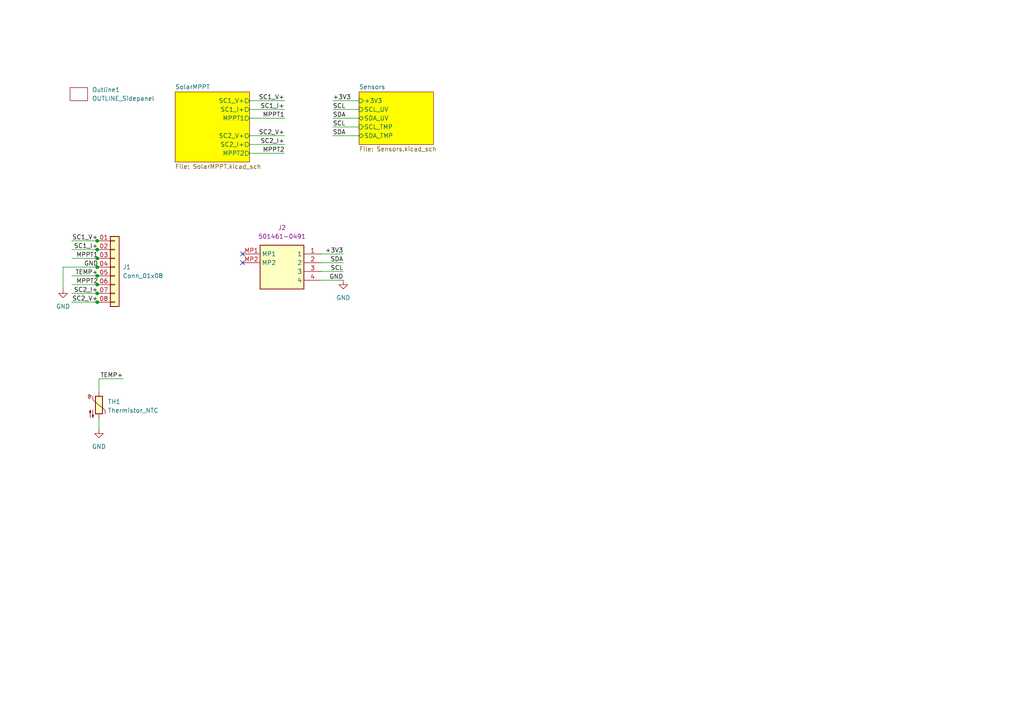
<source format=kicad_sch>
(kicad_sch (version 20211123) (generator eeschema)
  (paper "A4")
  (lib_symbols
    (symbol "Connector:501461-0491"
      (property "Value" "501461-0491" (at 0 0 0))
      (property "Reference_1" "J" (at 19.05 7.62 0))
      (property "Value_1" "501461-0491" (at 19.05 5.08 0))
      (symbol "501461-0491_1_1"
        (rectangle (start 5.08 2.54) (end 17.78 -10.16) (stroke (width 0.254)) (fill (type background)))
        (pin passive line (at 22.86 0 180) (length 5.08) (name "1") (number "1"))
        (pin passive line (at 22.86 -2.54 180) (length 5.08) (name "2") (number "2"))
        (pin passive line (at 22.86 -5.08 180) (length 5.08) (name "3") (number "3"))
        (pin passive line (at 22.86 -7.62 180) (length 5.08) (name "4") (number "4"))
        (pin passive line (at 0 0 0) (length 5.08) (name "MP1") (number "MP1"))
        (pin passive line (at 0 -2.54 0) (length 5.08) (name "MP2") (number "MP2"))
      )
    )
    (symbol "Connector_Generic:Conn_01x08" (pin_names (offset 1.016) hide)
      (property "Reference" "J1" (at 2.54 0.0001 0))
      (property "Value" "Conn_01x08" (at 2.54 -2.5399 0))
      (symbol "Conn_01x08_1_1"
        (rectangle (start -1.27 -10.033) (end 0 -10.287) (stroke (width 0.1524)))
        (rectangle (start -1.27 -7.493) (end 0 -7.747) (stroke (width 0.1524)))
        (rectangle (start -1.27 -4.953) (end 0 -5.207) (stroke (width 0.1524)))
        (rectangle (start -1.27 -2.413) (end 0 -2.667) (stroke (width 0.1524)))
        (rectangle (start -1.27 0.127) (end 0 -0.127) (stroke (width 0.1524)))
        (rectangle (start -1.27 2.667) (end 0 2.413) (stroke (width 0.1524)))
        (rectangle (start -1.27 5.207) (end 0 4.953) (stroke (width 0.1524)))
        (rectangle (start -1.27 7.747) (end 0 7.493) (stroke (width 0.1524)))
        (rectangle (start -1.27 8.89) (end 1.27 -11.43) (stroke (width 0.254)) (fill (type background)))
        (pin passive line (at -5.08 7.62 0) (length 3.81) (name "Pin_1") (number "01"))
        (pin passive line (at -5.08 5.08 0) (length 3.81) (name "Pin_2") (number "02"))
        (pin passive line (at -5.08 2.54 0) (length 3.81) (name "Pin_3") (number "03"))
        (pin passive line (at -5.08 0 0) (length 3.81) (name "Pin_4") (number "04"))
        (pin passive line (at -5.08 -2.54 0) (length 3.81) (name "Pin_5") (number "05"))
        (pin passive line (at -5.08 -5.08 0) (length 3.81) (name "Pin_6") (number "06"))
        (pin passive line (at -5.08 -7.62 0) (length 3.81) (name "Pin_7") (number "07"))
        (pin passive line (at -5.08 -10.16 0) (length 3.81) (name "Pin_8") (number "08"))
      )
    )
    (symbol "Device:Thermistor_NTC" (pin_numbers hide) (pin_names (offset 0))
      (property "Reference" "TH1" (at 2.54 0.9526 0))
      (property "Value" "Thermistor_NTC" (at 2.54 -1.5874 0))
      (symbol "Thermistor_NTC_0_1"
        (arc (start -3.048 2.159) (mid -3.0505 2.3165) (end -3.175 2.413))
        (arc (start -3.048 2.159) (mid -2.9736 1.9794) (end -2.794 1.905))
        (arc (start -3.048 2.794) (mid -2.9736 2.6144) (end -2.794 2.54))
        (arc (start -2.794 1.905) (mid -2.6144 1.9794) (end -2.54 2.159))
        (arc (start -2.794 2.54) (mid -2.434 2.5608) (end -2.159 2.794))
        (arc (start -2.794 3.048) (mid -2.9736 2.9736) (end -3.048 2.794))
        (arc (start -2.54 2.794) (mid -2.6144 2.9736) (end -2.794 3.048))
        (rectangle (start -1.016 2.54) (end 1.016 -2.54) (stroke (width 0.254)) (fill (type background)))
        (polyline (pts (xy -2.54 2.159) (xy -2.54 2.794)))
        (polyline (pts (xy -1.778 2.54) (xy -1.778 1.524) (xy 1.778 -1.524) (xy 1.778 -2.54)))
        (polyline (pts (xy -2.54 -3.683) (xy -2.54 -1.397) (xy -2.794 -2.159) (xy -2.286 -2.159) (xy -2.54 -1.397) (xy -2.54 -1.651)) (fill (type outline)))
        (polyline (pts (xy -1.778 -1.397) (xy -1.778 -3.683) (xy -2.032 -2.921) (xy -1.524 -2.921) (xy -1.778 -3.683) (xy -1.778 -3.429)) (fill (type outline)))
      )
      (symbol "Thermistor_NTC_1_1"
        (pin passive line (at 0 3.81 270) (length 1.27) (name "~") (number "1"))
        (pin passive line (at 0 -3.81 90) (length 1.27) (name "~") (number "2"))
      )
    )
    (symbol "USER_Outline:OUTLINE_Sidepanel" (in_bom no)
      (property "Reference" "Outline?" (at 3.81 -3.1749 0))
      (property "Value" "OUTLINE_Sidepanel" (at 3.81 -5.7149 0))
      (symbol "OUTLINE_Sidepanel_0_1"
        (rectangle (start -2.54 -2.54) (end 2.54 -6.35))
      )
    )
    (symbol "power:GND" (power) (pin_names (offset 0))
      (property "Value" "GND" (at 0 -3.81 0))
      (symbol "GND_0_1"
        (polyline (pts (xy 0 0) (xy 0 -1.27) (xy 1.27 -1.27) (xy 0 -2.54) (xy -1.27 -1.27) (xy 0 -1.27)))
      )
      (symbol "GND_1_1"
        (pin power_in line (at 0 0 270) (length 0) hide (name "GND") (number "1"))
      )
    )
  )
  (junction (at 28.194 72.39))
  (junction (at 28.194 77.47))
  (junction (at 28.194 87.63))
  (junction (at 28.194 85.09))
  (junction (at 28.194 74.93))
  (junction (at 28.194 69.85))
  (junction (at 28.194 82.55))
  (junction (at 28.194 80.01))
  (no_connect (at 70.358 73.66))
  (no_connect (at 70.358 76.2))
  (wire (pts (xy 18.288 77.47) (xy 28.194 77.47)))
  (wire (pts (xy 93.218 73.66) (xy 99.568 73.66)))
  (wire (pts (xy 99.568 76.2) (xy 93.218 76.2)))
  (wire (pts (xy 96.52 39.37) (xy 104.14 39.37)))
  (wire (pts (xy 72.39 29.21) (xy 82.55 29.21)))
  (wire (pts (xy 96.52 36.83) (xy 104.14 36.83)))
  (wire (pts (xy 28.194 69.85) (xy 28.448 69.85)))
  (wire (pts (xy 99.568 78.74) (xy 93.218 78.74)))
  (wire (pts (xy 28.194 82.55) (xy 28.448 82.55)))
  (wire (pts (xy 72.39 39.37) (xy 82.55 39.37)))
  (wire (pts (xy 72.39 34.29) (xy 82.55 34.29)))
  (wire (pts (xy 18.288 83.82) (xy 18.288 77.47)))
  (wire (pts (xy 72.39 44.45) (xy 82.55 44.45)))
  (wire (pts (xy 28.194 77.47) (xy 28.448 77.47)))
  (wire (pts (xy 96.52 34.29) (xy 104.14 34.29)))
  (wire (pts (xy 28.194 72.39) (xy 28.448 72.39)))
  (wire (pts (xy 28.194 80.01) (xy 28.448 80.01)))
  (wire (pts (xy 20.828 87.63) (xy 28.194 87.63)))
  (wire (pts (xy 72.39 31.75) (xy 82.55 31.75)))
  (wire (pts (xy 20.828 74.93) (xy 28.194 74.93)))
  (wire (pts (xy 96.52 31.75) (xy 104.14 31.75)))
  (wire (pts (xy 20.828 80.01) (xy 28.194 80.01)))
  (wire (pts (xy 20.828 85.09) (xy 28.194 85.09)))
  (wire (pts (xy 28.194 74.93) (xy 28.448 74.93)))
  (wire (pts (xy 28.194 87.63) (xy 28.448 87.63)))
  (wire (pts (xy 20.828 82.55) (xy 28.194 82.55)))
  (wire (pts (xy 28.702 109.855) (xy 35.687 109.855)))
  (wire (pts (xy 28.702 121.285) (xy 28.702 124.46)))
  (wire (pts (xy 72.39 41.91) (xy 82.55 41.91)))
  (wire (pts (xy 28.194 85.09) (xy 28.448 85.09)))
  (wire (pts (xy 20.828 72.39) (xy 28.194 72.39)))
  (wire (pts (xy 20.828 69.85) (xy 28.194 69.85)))
  (wire (pts (xy 28.702 109.855) (xy 28.702 113.665)))
  (wire (pts (xy 96.52 29.21) (xy 104.14 29.21)))
  (wire (pts (xy 99.568 81.28) (xy 93.218 81.28)))
  (label "TEMP+" (at 28.448 80.01 180))
  (label "SCL" (at 99.568 78.74 180))
  (label "MPPT1" (at 28.448 74.93 180))
  (label "SDA" (at 99.568 76.2 180))
  (label "GND" (at 28.448 77.47 180))
  (label "MPPT2" (at 82.55 44.45 180))
  (label "+3V3" (at 99.568 73.66 180))
  (label "SC1_V+" (at 82.55 29.21 180))
  (label "SC2_V+" (at 82.55 39.37 180))
  (label "SC1_I+" (at 28.448 72.39 180))
  (label "SC2_I+" (at 28.448 85.09 180))
  (label "GND" (at 99.568 81.28 180))
  (label "SC1_I+" (at 82.55 31.75 180))
  (label "SDA" (at 96.52 34.29 0))
  (label "MPPT1" (at 82.55 34.29 180))
  (label "SC1_V+" (at 28.448 69.85 180))
  (label "SCL" (at 96.52 31.75 0))
  (label "TEMP+" (at 35.687 109.855 180))
  (label "SCL" (at 96.52 36.83 0))
  (label "+3V3" (at 96.52 29.21 0))
  (label "SDA" (at 96.52 39.37 0))
  (label "SC2_I+" (at 82.55 41.91 180))
  (label "SC2_V+" (at 28.448 87.63 180))
  (label "MPPT2" (at 28.448 82.55 180))
  (symbol (lib_id "power:GND") (at 28.702 124.46 0) (unit 1)
    (property "Reference" "#PWR0113" (effects hide))
    (property "Value" "GND" (at 28.702 129.54 0))
  )
  (symbol (lib_id "Connector:501461-0491") (at 70.358 73.66 0) (unit 1)
    (property "Reference" "UV1" (effects hide))
    (property "Value" "501461-0491" (effects hide))
    (property "Footprint" "STS_Connector:5014610491" (effects hide))
    (property "Reference_1" "J2" (at 81.788 66.04 0))
    (property "Value_1" "501461-0491" (at 81.788 68.58 0))
    (property "Footprint_1" "5014610491" (effects hide))
    (property "Datasheet_1" "https://componentsearchengine.com/Datasheets/1/501461-0491.pdf" (effects hide))
    (property "Height" "3.45" (effects hide))
    (property "Manufacturer_Name" "Molex" (effects hide))
    (property "Manufacturer_Part_Number" "501461-0491" (effects hide))
    (property "Mouser Part Number" "538-501461-0491" (effects hide))
    (property "Mouser Price/Stock" "https://www.mouser.co.uk/ProductDetail/Molex/501461-0491?qs=un1JgU%2F7%252BkQooiwKJB4FIA%3D%3D" (effects hide))
  )
  (symbol (lib_id "Connector_Generic:Conn_01x08") (at 33.274 77.47 0) (unit 1)
    (property "Reference" "J1" (at 35.56 77.4699 0) (effects (justify left)))
    (property "Value" "Conn_01x08" (at 35.56 80.0099 0) (effects (justify left)))
    (property "Footprint" "STS_Connector:SAMTEC_ZF5S-08-01-T-WT" (effects hide))
  )
  (symbol (lib_id "USER_Outline:OUTLINE_Sidepanel") (at 22.86 22.86 0) (unit 1) (in_bom no)
    (property "Reference" "Outline1" (at 26.67 26.0349 0) (effects (justify left)))
    (property "Value" "OUTLINE_Sidepanel" (at 26.67 28.5749 0) (effects (justify left)))
    (property "Footprint" "USER_OUTLINE:OUTLINE_SidepanelY+" (effects hide))
  )
  (symbol (lib_id "power:GND") (at 99.568 81.28 0) (unit 1)
    (property "Reference" "#PWR0111" (effects hide))
    (property "Value" "GND" (at 99.568 86.36 0))
  )
  (symbol (lib_id "Device:Thermistor_NTC") (at 28.702 117.475 0) (unit 1)
    (property "Reference" "TH1" (at 31.242 116.5224 0) (effects (justify left)))
    (property "Value" "Thermistor_NTC" (at 31.242 119.0624 0) (effects (justify left)))
    (property "Footprint" "Resistor_SMD:R_0805_2012Metric_Pad1.20x1.40mm_HandSolder" (effects hide))
  )
  (symbol (lib_id "power:GND") (at 18.288 83.82 0) (unit 1)
    (property "Reference" "#PWR0112" (effects hide))
    (property "Value" "GND" (at 18.288 88.9 0))
  )
  (sheet (at 50.8 26.67) (size 21.59 20.32) (stroke (width 0.1524)) (fill (color 255 253 0 1.0000))
    (property "Sheet name" "SolarMPPT" (at 50.8 25.9584 0) (effects (justify left bottom)))
    (property "Sheet file" "SolarMPPT.kicad_sch" (at 50.8 47.5746 0) (effects (justify left top)))
    (pin "SC2_I+" output (at 72.39 41.91 0))
    (pin "MPPT2" output (at 72.39 44.45 0))
    (pin "SC1_V+" output (at 72.39 29.21 0))
    (pin "SC1_I+" output (at 72.39 31.75 0))
    (pin "MPPT1" output (at 72.39 34.29 0))
    (pin "SC2_V+" output (at 72.39 39.37 0))
  )
  (sheet (at 104.14 26.67) (size 21.59 15.24) (stroke (width 0.1524)) (fill (color 255 253 0 1.0000))
    (property "Sheet name" "Sensors" (at 104.14 25.9584 0) (effects (justify left bottom)))
    (property "Sheet file" "Sensors.kicad_sch" (at 104.14 42.4946 0) (effects (justify left top)))
    (pin "+3V3" input (at 104.14 29.21 180))
    (pin "SCL_UV" input (at 104.14 31.75 180))
    (pin "SDA_UV" bidirectional (at 104.14 34.29 180))
    (pin "SCL_TMP" input (at 104.14 36.83 180))
    (pin "SDA_TMP" bidirectional (at 104.14 39.37 180))
  )
)
</source>
